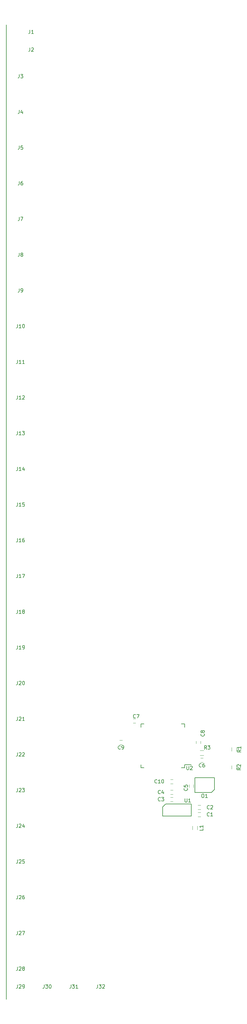
<source format=gto>
G04 #@! TF.GenerationSoftware,KiCad,Pcbnew,(5.0.0)*
G04 #@! TF.CreationDate,2018-08-18T19:39:24+09:00*
G04 #@! TF.ProjectId,TouchSensor,546F75636853656E736F722E6B696361,rev?*
G04 #@! TF.SameCoordinates,Original*
G04 #@! TF.FileFunction,Legend,Top*
G04 #@! TF.FilePolarity,Positive*
%FSLAX46Y46*%
G04 Gerber Fmt 4.6, Leading zero omitted, Abs format (unit mm)*
G04 Created by KiCad (PCBNEW (5.0.0)) date 08/18/18 19:39:24*
%MOMM*%
%LPD*%
G01*
G04 APERTURE LIST*
%ADD10C,0.200000*%
%ADD11C,0.120000*%
%ADD12C,0.150000*%
G04 APERTURE END LIST*
D10*
X96000000Y-48000000D02*
X96000000Y-321000000D01*
D11*
G04 #@! TO.C,C1*
X149900000Y-268650000D02*
X150600000Y-268650000D01*
X150600000Y-269850000D02*
X149900000Y-269850000D01*
G04 #@! TO.C,C2*
X150600000Y-267850000D02*
X149900000Y-267850000D01*
X149900000Y-266650000D02*
X150600000Y-266650000D01*
G04 #@! TO.C,C3*
X142150000Y-264400000D02*
X142850000Y-264400000D01*
X142850000Y-265600000D02*
X142150000Y-265600000D01*
G04 #@! TO.C,C4*
X142850000Y-263600000D02*
X142150000Y-263600000D01*
X142150000Y-262400000D02*
X142850000Y-262400000D01*
G04 #@! TO.C,C5*
X148600000Y-260900000D02*
X148600000Y-261600000D01*
X147400000Y-261600000D02*
X147400000Y-260900000D01*
G04 #@! TO.C,C6*
X150650000Y-253400000D02*
X151350000Y-253400000D01*
X151350000Y-254600000D02*
X150650000Y-254600000D01*
G04 #@! TO.C,C7*
X132350000Y-243600000D02*
X131650000Y-243600000D01*
X131650000Y-242400000D02*
X132350000Y-242400000D01*
G04 #@! TO.C,C8*
X150600000Y-248650000D02*
X150600000Y-249350000D01*
X149400000Y-249350000D02*
X149400000Y-248650000D01*
G04 #@! TO.C,C9*
X127900000Y-248400000D02*
X128600000Y-248400000D01*
X128600000Y-249600000D02*
X127900000Y-249600000D01*
G04 #@! TO.C,C10*
X142850000Y-260600000D02*
X142150000Y-260600000D01*
X142150000Y-259400000D02*
X142850000Y-259400000D01*
G04 #@! TO.C,L1*
X149680000Y-272500000D02*
X149680000Y-273500000D01*
X148320000Y-273500000D02*
X148320000Y-272500000D01*
D12*
G04 #@! TO.C,O1*
X154500000Y-262250000D02*
X153700000Y-263050000D01*
X153700000Y-263050000D02*
X149000000Y-263050000D01*
X149000000Y-263050000D02*
X149000000Y-258950000D01*
X149000000Y-258950000D02*
X154500000Y-258950000D01*
X154500000Y-258950000D02*
X154500000Y-262250000D01*
D11*
G04 #@! TO.C,R1*
X160680000Y-250500000D02*
X160680000Y-251500000D01*
X159320000Y-251500000D02*
X159320000Y-250500000D01*
G04 #@! TO.C,R2*
X160680000Y-255500000D02*
X160680000Y-256500000D01*
X159320000Y-256500000D02*
X159320000Y-255500000D01*
G04 #@! TO.C,R3*
X150500000Y-251320000D02*
X151500000Y-251320000D01*
X151500000Y-252680000D02*
X150500000Y-252680000D01*
D12*
G04 #@! TO.C,U1*
X140000000Y-267125000D02*
X140800000Y-266325000D01*
X140800000Y-266325000D02*
X148000000Y-266325000D01*
X148000000Y-266325000D02*
X148000000Y-269675000D01*
X148000000Y-269675000D02*
X140000000Y-269675000D01*
X140000000Y-269675000D02*
X140000000Y-267125000D01*
G04 #@! TO.C,U2*
X145250000Y-256150000D02*
X146150000Y-256150000D01*
X146150000Y-256150000D02*
X146150000Y-255250000D01*
X146150000Y-255250000D02*
X148000000Y-255250000D01*
X134750000Y-256150000D02*
X133850000Y-256150000D01*
X133850000Y-256150000D02*
X133850000Y-255250000D01*
X145250000Y-243850000D02*
X146150000Y-243850000D01*
X146150000Y-243850000D02*
X146150000Y-244750000D01*
X134750000Y-243850000D02*
X133850000Y-243850000D01*
X133850000Y-243850000D02*
X133850000Y-244750000D01*
G04 #@! TO.C,C1*
X153083333Y-269607142D02*
X153035714Y-269654761D01*
X152892857Y-269702380D01*
X152797619Y-269702380D01*
X152654761Y-269654761D01*
X152559523Y-269559523D01*
X152511904Y-269464285D01*
X152464285Y-269273809D01*
X152464285Y-269130952D01*
X152511904Y-268940476D01*
X152559523Y-268845238D01*
X152654761Y-268750000D01*
X152797619Y-268702380D01*
X152892857Y-268702380D01*
X153035714Y-268750000D01*
X153083333Y-268797619D01*
X154035714Y-269702380D02*
X153464285Y-269702380D01*
X153750000Y-269702380D02*
X153750000Y-268702380D01*
X153654761Y-268845238D01*
X153559523Y-268940476D01*
X153464285Y-268988095D01*
G04 #@! TO.C,C2*
X153083333Y-267607142D02*
X153035714Y-267654761D01*
X152892857Y-267702380D01*
X152797619Y-267702380D01*
X152654761Y-267654761D01*
X152559523Y-267559523D01*
X152511904Y-267464285D01*
X152464285Y-267273809D01*
X152464285Y-267130952D01*
X152511904Y-266940476D01*
X152559523Y-266845238D01*
X152654761Y-266750000D01*
X152797619Y-266702380D01*
X152892857Y-266702380D01*
X153035714Y-266750000D01*
X153083333Y-266797619D01*
X153464285Y-266797619D02*
X153511904Y-266750000D01*
X153607142Y-266702380D01*
X153845238Y-266702380D01*
X153940476Y-266750000D01*
X153988095Y-266797619D01*
X154035714Y-266892857D01*
X154035714Y-266988095D01*
X153988095Y-267130952D01*
X153416666Y-267702380D01*
X154035714Y-267702380D01*
G04 #@! TO.C,C3*
X139333333Y-265357142D02*
X139285714Y-265404761D01*
X139142857Y-265452380D01*
X139047619Y-265452380D01*
X138904761Y-265404761D01*
X138809523Y-265309523D01*
X138761904Y-265214285D01*
X138714285Y-265023809D01*
X138714285Y-264880952D01*
X138761904Y-264690476D01*
X138809523Y-264595238D01*
X138904761Y-264500000D01*
X139047619Y-264452380D01*
X139142857Y-264452380D01*
X139285714Y-264500000D01*
X139333333Y-264547619D01*
X139666666Y-264452380D02*
X140285714Y-264452380D01*
X139952380Y-264833333D01*
X140095238Y-264833333D01*
X140190476Y-264880952D01*
X140238095Y-264928571D01*
X140285714Y-265023809D01*
X140285714Y-265261904D01*
X140238095Y-265357142D01*
X140190476Y-265404761D01*
X140095238Y-265452380D01*
X139809523Y-265452380D01*
X139714285Y-265404761D01*
X139666666Y-265357142D01*
G04 #@! TO.C,C4*
X139333333Y-263357142D02*
X139285714Y-263404761D01*
X139142857Y-263452380D01*
X139047619Y-263452380D01*
X138904761Y-263404761D01*
X138809523Y-263309523D01*
X138761904Y-263214285D01*
X138714285Y-263023809D01*
X138714285Y-262880952D01*
X138761904Y-262690476D01*
X138809523Y-262595238D01*
X138904761Y-262500000D01*
X139047619Y-262452380D01*
X139142857Y-262452380D01*
X139285714Y-262500000D01*
X139333333Y-262547619D01*
X140190476Y-262785714D02*
X140190476Y-263452380D01*
X139952380Y-262404761D02*
X139714285Y-263119047D01*
X140333333Y-263119047D01*
G04 #@! TO.C,C5*
X146857142Y-261916666D02*
X146904761Y-261964285D01*
X146952380Y-262107142D01*
X146952380Y-262202380D01*
X146904761Y-262345238D01*
X146809523Y-262440476D01*
X146714285Y-262488095D01*
X146523809Y-262535714D01*
X146380952Y-262535714D01*
X146190476Y-262488095D01*
X146095238Y-262440476D01*
X146000000Y-262345238D01*
X145952380Y-262202380D01*
X145952380Y-262107142D01*
X146000000Y-261964285D01*
X146047619Y-261916666D01*
X145952380Y-261011904D02*
X145952380Y-261488095D01*
X146428571Y-261535714D01*
X146380952Y-261488095D01*
X146333333Y-261392857D01*
X146333333Y-261154761D01*
X146380952Y-261059523D01*
X146428571Y-261011904D01*
X146523809Y-260964285D01*
X146761904Y-260964285D01*
X146857142Y-261011904D01*
X146904761Y-261059523D01*
X146952380Y-261154761D01*
X146952380Y-261392857D01*
X146904761Y-261488095D01*
X146857142Y-261535714D01*
G04 #@! TO.C,C6*
X150833333Y-255857142D02*
X150785714Y-255904761D01*
X150642857Y-255952380D01*
X150547619Y-255952380D01*
X150404761Y-255904761D01*
X150309523Y-255809523D01*
X150261904Y-255714285D01*
X150214285Y-255523809D01*
X150214285Y-255380952D01*
X150261904Y-255190476D01*
X150309523Y-255095238D01*
X150404761Y-255000000D01*
X150547619Y-254952380D01*
X150642857Y-254952380D01*
X150785714Y-255000000D01*
X150833333Y-255047619D01*
X151690476Y-254952380D02*
X151500000Y-254952380D01*
X151404761Y-255000000D01*
X151357142Y-255047619D01*
X151261904Y-255190476D01*
X151214285Y-255380952D01*
X151214285Y-255761904D01*
X151261904Y-255857142D01*
X151309523Y-255904761D01*
X151404761Y-255952380D01*
X151595238Y-255952380D01*
X151690476Y-255904761D01*
X151738095Y-255857142D01*
X151785714Y-255761904D01*
X151785714Y-255523809D01*
X151738095Y-255428571D01*
X151690476Y-255380952D01*
X151595238Y-255333333D01*
X151404761Y-255333333D01*
X151309523Y-255380952D01*
X151261904Y-255428571D01*
X151214285Y-255523809D01*
G04 #@! TO.C,C7*
X132333333Y-242107142D02*
X132285714Y-242154761D01*
X132142857Y-242202380D01*
X132047619Y-242202380D01*
X131904761Y-242154761D01*
X131809523Y-242059523D01*
X131761904Y-241964285D01*
X131714285Y-241773809D01*
X131714285Y-241630952D01*
X131761904Y-241440476D01*
X131809523Y-241345238D01*
X131904761Y-241250000D01*
X132047619Y-241202380D01*
X132142857Y-241202380D01*
X132285714Y-241250000D01*
X132333333Y-241297619D01*
X132666666Y-241202380D02*
X133333333Y-241202380D01*
X132904761Y-242202380D01*
G04 #@! TO.C,C8*
X151607142Y-246666666D02*
X151654761Y-246714285D01*
X151702380Y-246857142D01*
X151702380Y-246952380D01*
X151654761Y-247095238D01*
X151559523Y-247190476D01*
X151464285Y-247238095D01*
X151273809Y-247285714D01*
X151130952Y-247285714D01*
X150940476Y-247238095D01*
X150845238Y-247190476D01*
X150750000Y-247095238D01*
X150702380Y-246952380D01*
X150702380Y-246857142D01*
X150750000Y-246714285D01*
X150797619Y-246666666D01*
X151130952Y-246095238D02*
X151083333Y-246190476D01*
X151035714Y-246238095D01*
X150940476Y-246285714D01*
X150892857Y-246285714D01*
X150797619Y-246238095D01*
X150750000Y-246190476D01*
X150702380Y-246095238D01*
X150702380Y-245904761D01*
X150750000Y-245809523D01*
X150797619Y-245761904D01*
X150892857Y-245714285D01*
X150940476Y-245714285D01*
X151035714Y-245761904D01*
X151083333Y-245809523D01*
X151130952Y-245904761D01*
X151130952Y-246095238D01*
X151178571Y-246190476D01*
X151226190Y-246238095D01*
X151321428Y-246285714D01*
X151511904Y-246285714D01*
X151607142Y-246238095D01*
X151654761Y-246190476D01*
X151702380Y-246095238D01*
X151702380Y-245904761D01*
X151654761Y-245809523D01*
X151607142Y-245761904D01*
X151511904Y-245714285D01*
X151321428Y-245714285D01*
X151226190Y-245761904D01*
X151178571Y-245809523D01*
X151130952Y-245904761D01*
G04 #@! TO.C,C9*
X128083333Y-250857142D02*
X128035714Y-250904761D01*
X127892857Y-250952380D01*
X127797619Y-250952380D01*
X127654761Y-250904761D01*
X127559523Y-250809523D01*
X127511904Y-250714285D01*
X127464285Y-250523809D01*
X127464285Y-250380952D01*
X127511904Y-250190476D01*
X127559523Y-250095238D01*
X127654761Y-250000000D01*
X127797619Y-249952380D01*
X127892857Y-249952380D01*
X128035714Y-250000000D01*
X128083333Y-250047619D01*
X128559523Y-250952380D02*
X128750000Y-250952380D01*
X128845238Y-250904761D01*
X128892857Y-250857142D01*
X128988095Y-250714285D01*
X129035714Y-250523809D01*
X129035714Y-250142857D01*
X128988095Y-250047619D01*
X128940476Y-250000000D01*
X128845238Y-249952380D01*
X128654761Y-249952380D01*
X128559523Y-250000000D01*
X128511904Y-250047619D01*
X128464285Y-250142857D01*
X128464285Y-250380952D01*
X128511904Y-250476190D01*
X128559523Y-250523809D01*
X128654761Y-250571428D01*
X128845238Y-250571428D01*
X128940476Y-250523809D01*
X128988095Y-250476190D01*
X129035714Y-250380952D01*
G04 #@! TO.C,C10*
X138357142Y-260357142D02*
X138309523Y-260404761D01*
X138166666Y-260452380D01*
X138071428Y-260452380D01*
X137928571Y-260404761D01*
X137833333Y-260309523D01*
X137785714Y-260214285D01*
X137738095Y-260023809D01*
X137738095Y-259880952D01*
X137785714Y-259690476D01*
X137833333Y-259595238D01*
X137928571Y-259500000D01*
X138071428Y-259452380D01*
X138166666Y-259452380D01*
X138309523Y-259500000D01*
X138357142Y-259547619D01*
X139309523Y-260452380D02*
X138738095Y-260452380D01*
X139023809Y-260452380D02*
X139023809Y-259452380D01*
X138928571Y-259595238D01*
X138833333Y-259690476D01*
X138738095Y-259738095D01*
X139928571Y-259452380D02*
X140023809Y-259452380D01*
X140119047Y-259500000D01*
X140166666Y-259547619D01*
X140214285Y-259642857D01*
X140261904Y-259833333D01*
X140261904Y-260071428D01*
X140214285Y-260261904D01*
X140166666Y-260357142D01*
X140119047Y-260404761D01*
X140023809Y-260452380D01*
X139928571Y-260452380D01*
X139833333Y-260404761D01*
X139785714Y-260357142D01*
X139738095Y-260261904D01*
X139690476Y-260071428D01*
X139690476Y-259833333D01*
X139738095Y-259642857D01*
X139785714Y-259547619D01*
X139833333Y-259500000D01*
X139928571Y-259452380D01*
G04 #@! TO.C,J1*
X102666666Y-49452380D02*
X102666666Y-50166666D01*
X102619047Y-50309523D01*
X102523809Y-50404761D01*
X102380952Y-50452380D01*
X102285714Y-50452380D01*
X103666666Y-50452380D02*
X103095238Y-50452380D01*
X103380952Y-50452380D02*
X103380952Y-49452380D01*
X103285714Y-49595238D01*
X103190476Y-49690476D01*
X103095238Y-49738095D01*
G04 #@! TO.C,J2*
X102666666Y-54452380D02*
X102666666Y-55166666D01*
X102619047Y-55309523D01*
X102523809Y-55404761D01*
X102380952Y-55452380D01*
X102285714Y-55452380D01*
X103095238Y-54547619D02*
X103142857Y-54500000D01*
X103238095Y-54452380D01*
X103476190Y-54452380D01*
X103571428Y-54500000D01*
X103619047Y-54547619D01*
X103666666Y-54642857D01*
X103666666Y-54738095D01*
X103619047Y-54880952D01*
X103047619Y-55452380D01*
X103666666Y-55452380D01*
G04 #@! TO.C,J3*
X99666666Y-61912380D02*
X99666666Y-62626666D01*
X99619047Y-62769523D01*
X99523809Y-62864761D01*
X99380952Y-62912380D01*
X99285714Y-62912380D01*
X100047619Y-61912380D02*
X100666666Y-61912380D01*
X100333333Y-62293333D01*
X100476190Y-62293333D01*
X100571428Y-62340952D01*
X100619047Y-62388571D01*
X100666666Y-62483809D01*
X100666666Y-62721904D01*
X100619047Y-62817142D01*
X100571428Y-62864761D01*
X100476190Y-62912380D01*
X100190476Y-62912380D01*
X100095238Y-62864761D01*
X100047619Y-62817142D01*
G04 #@! TO.C,J4*
X99666666Y-71912380D02*
X99666666Y-72626666D01*
X99619047Y-72769523D01*
X99523809Y-72864761D01*
X99380952Y-72912380D01*
X99285714Y-72912380D01*
X100571428Y-72245714D02*
X100571428Y-72912380D01*
X100333333Y-71864761D02*
X100095238Y-72579047D01*
X100714285Y-72579047D01*
G04 #@! TO.C,J5*
X99666666Y-81912380D02*
X99666666Y-82626666D01*
X99619047Y-82769523D01*
X99523809Y-82864761D01*
X99380952Y-82912380D01*
X99285714Y-82912380D01*
X100619047Y-81912380D02*
X100142857Y-81912380D01*
X100095238Y-82388571D01*
X100142857Y-82340952D01*
X100238095Y-82293333D01*
X100476190Y-82293333D01*
X100571428Y-82340952D01*
X100619047Y-82388571D01*
X100666666Y-82483809D01*
X100666666Y-82721904D01*
X100619047Y-82817142D01*
X100571428Y-82864761D01*
X100476190Y-82912380D01*
X100238095Y-82912380D01*
X100142857Y-82864761D01*
X100095238Y-82817142D01*
G04 #@! TO.C,J6*
X99666666Y-91912380D02*
X99666666Y-92626666D01*
X99619047Y-92769523D01*
X99523809Y-92864761D01*
X99380952Y-92912380D01*
X99285714Y-92912380D01*
X100571428Y-91912380D02*
X100380952Y-91912380D01*
X100285714Y-91960000D01*
X100238095Y-92007619D01*
X100142857Y-92150476D01*
X100095238Y-92340952D01*
X100095238Y-92721904D01*
X100142857Y-92817142D01*
X100190476Y-92864761D01*
X100285714Y-92912380D01*
X100476190Y-92912380D01*
X100571428Y-92864761D01*
X100619047Y-92817142D01*
X100666666Y-92721904D01*
X100666666Y-92483809D01*
X100619047Y-92388571D01*
X100571428Y-92340952D01*
X100476190Y-92293333D01*
X100285714Y-92293333D01*
X100190476Y-92340952D01*
X100142857Y-92388571D01*
X100095238Y-92483809D01*
G04 #@! TO.C,J7*
X99666666Y-101912380D02*
X99666666Y-102626666D01*
X99619047Y-102769523D01*
X99523809Y-102864761D01*
X99380952Y-102912380D01*
X99285714Y-102912380D01*
X100047619Y-101912380D02*
X100714285Y-101912380D01*
X100285714Y-102912380D01*
G04 #@! TO.C,J8*
X99666666Y-111912380D02*
X99666666Y-112626666D01*
X99619047Y-112769523D01*
X99523809Y-112864761D01*
X99380952Y-112912380D01*
X99285714Y-112912380D01*
X100285714Y-112340952D02*
X100190476Y-112293333D01*
X100142857Y-112245714D01*
X100095238Y-112150476D01*
X100095238Y-112102857D01*
X100142857Y-112007619D01*
X100190476Y-111960000D01*
X100285714Y-111912380D01*
X100476190Y-111912380D01*
X100571428Y-111960000D01*
X100619047Y-112007619D01*
X100666666Y-112102857D01*
X100666666Y-112150476D01*
X100619047Y-112245714D01*
X100571428Y-112293333D01*
X100476190Y-112340952D01*
X100285714Y-112340952D01*
X100190476Y-112388571D01*
X100142857Y-112436190D01*
X100095238Y-112531428D01*
X100095238Y-112721904D01*
X100142857Y-112817142D01*
X100190476Y-112864761D01*
X100285714Y-112912380D01*
X100476190Y-112912380D01*
X100571428Y-112864761D01*
X100619047Y-112817142D01*
X100666666Y-112721904D01*
X100666666Y-112531428D01*
X100619047Y-112436190D01*
X100571428Y-112388571D01*
X100476190Y-112340952D01*
G04 #@! TO.C,J9*
X99666666Y-121912380D02*
X99666666Y-122626666D01*
X99619047Y-122769523D01*
X99523809Y-122864761D01*
X99380952Y-122912380D01*
X99285714Y-122912380D01*
X100190476Y-122912380D02*
X100380952Y-122912380D01*
X100476190Y-122864761D01*
X100523809Y-122817142D01*
X100619047Y-122674285D01*
X100666666Y-122483809D01*
X100666666Y-122102857D01*
X100619047Y-122007619D01*
X100571428Y-121960000D01*
X100476190Y-121912380D01*
X100285714Y-121912380D01*
X100190476Y-121960000D01*
X100142857Y-122007619D01*
X100095238Y-122102857D01*
X100095238Y-122340952D01*
X100142857Y-122436190D01*
X100190476Y-122483809D01*
X100285714Y-122531428D01*
X100476190Y-122531428D01*
X100571428Y-122483809D01*
X100619047Y-122436190D01*
X100666666Y-122340952D01*
G04 #@! TO.C,J10*
X99190476Y-131912380D02*
X99190476Y-132626666D01*
X99142857Y-132769523D01*
X99047619Y-132864761D01*
X98904761Y-132912380D01*
X98809523Y-132912380D01*
X100190476Y-132912380D02*
X99619047Y-132912380D01*
X99904761Y-132912380D02*
X99904761Y-131912380D01*
X99809523Y-132055238D01*
X99714285Y-132150476D01*
X99619047Y-132198095D01*
X100809523Y-131912380D02*
X100904761Y-131912380D01*
X101000000Y-131960000D01*
X101047619Y-132007619D01*
X101095238Y-132102857D01*
X101142857Y-132293333D01*
X101142857Y-132531428D01*
X101095238Y-132721904D01*
X101047619Y-132817142D01*
X101000000Y-132864761D01*
X100904761Y-132912380D01*
X100809523Y-132912380D01*
X100714285Y-132864761D01*
X100666666Y-132817142D01*
X100619047Y-132721904D01*
X100571428Y-132531428D01*
X100571428Y-132293333D01*
X100619047Y-132102857D01*
X100666666Y-132007619D01*
X100714285Y-131960000D01*
X100809523Y-131912380D01*
G04 #@! TO.C,J11*
X99190476Y-141912380D02*
X99190476Y-142626666D01*
X99142857Y-142769523D01*
X99047619Y-142864761D01*
X98904761Y-142912380D01*
X98809523Y-142912380D01*
X100190476Y-142912380D02*
X99619047Y-142912380D01*
X99904761Y-142912380D02*
X99904761Y-141912380D01*
X99809523Y-142055238D01*
X99714285Y-142150476D01*
X99619047Y-142198095D01*
X101142857Y-142912380D02*
X100571428Y-142912380D01*
X100857142Y-142912380D02*
X100857142Y-141912380D01*
X100761904Y-142055238D01*
X100666666Y-142150476D01*
X100571428Y-142198095D01*
G04 #@! TO.C,J12*
X99190476Y-151912380D02*
X99190476Y-152626666D01*
X99142857Y-152769523D01*
X99047619Y-152864761D01*
X98904761Y-152912380D01*
X98809523Y-152912380D01*
X100190476Y-152912380D02*
X99619047Y-152912380D01*
X99904761Y-152912380D02*
X99904761Y-151912380D01*
X99809523Y-152055238D01*
X99714285Y-152150476D01*
X99619047Y-152198095D01*
X100571428Y-152007619D02*
X100619047Y-151960000D01*
X100714285Y-151912380D01*
X100952380Y-151912380D01*
X101047619Y-151960000D01*
X101095238Y-152007619D01*
X101142857Y-152102857D01*
X101142857Y-152198095D01*
X101095238Y-152340952D01*
X100523809Y-152912380D01*
X101142857Y-152912380D01*
G04 #@! TO.C,J13*
X99190476Y-161912380D02*
X99190476Y-162626666D01*
X99142857Y-162769523D01*
X99047619Y-162864761D01*
X98904761Y-162912380D01*
X98809523Y-162912380D01*
X100190476Y-162912380D02*
X99619047Y-162912380D01*
X99904761Y-162912380D02*
X99904761Y-161912380D01*
X99809523Y-162055238D01*
X99714285Y-162150476D01*
X99619047Y-162198095D01*
X100523809Y-161912380D02*
X101142857Y-161912380D01*
X100809523Y-162293333D01*
X100952380Y-162293333D01*
X101047619Y-162340952D01*
X101095238Y-162388571D01*
X101142857Y-162483809D01*
X101142857Y-162721904D01*
X101095238Y-162817142D01*
X101047619Y-162864761D01*
X100952380Y-162912380D01*
X100666666Y-162912380D01*
X100571428Y-162864761D01*
X100523809Y-162817142D01*
G04 #@! TO.C,J14*
X99190476Y-171912380D02*
X99190476Y-172626666D01*
X99142857Y-172769523D01*
X99047619Y-172864761D01*
X98904761Y-172912380D01*
X98809523Y-172912380D01*
X100190476Y-172912380D02*
X99619047Y-172912380D01*
X99904761Y-172912380D02*
X99904761Y-171912380D01*
X99809523Y-172055238D01*
X99714285Y-172150476D01*
X99619047Y-172198095D01*
X101047619Y-172245714D02*
X101047619Y-172912380D01*
X100809523Y-171864761D02*
X100571428Y-172579047D01*
X101190476Y-172579047D01*
G04 #@! TO.C,J15*
X99190476Y-181912380D02*
X99190476Y-182626666D01*
X99142857Y-182769523D01*
X99047619Y-182864761D01*
X98904761Y-182912380D01*
X98809523Y-182912380D01*
X100190476Y-182912380D02*
X99619047Y-182912380D01*
X99904761Y-182912380D02*
X99904761Y-181912380D01*
X99809523Y-182055238D01*
X99714285Y-182150476D01*
X99619047Y-182198095D01*
X101095238Y-181912380D02*
X100619047Y-181912380D01*
X100571428Y-182388571D01*
X100619047Y-182340952D01*
X100714285Y-182293333D01*
X100952380Y-182293333D01*
X101047619Y-182340952D01*
X101095238Y-182388571D01*
X101142857Y-182483809D01*
X101142857Y-182721904D01*
X101095238Y-182817142D01*
X101047619Y-182864761D01*
X100952380Y-182912380D01*
X100714285Y-182912380D01*
X100619047Y-182864761D01*
X100571428Y-182817142D01*
G04 #@! TO.C,J16*
X99190476Y-191912380D02*
X99190476Y-192626666D01*
X99142857Y-192769523D01*
X99047619Y-192864761D01*
X98904761Y-192912380D01*
X98809523Y-192912380D01*
X100190476Y-192912380D02*
X99619047Y-192912380D01*
X99904761Y-192912380D02*
X99904761Y-191912380D01*
X99809523Y-192055238D01*
X99714285Y-192150476D01*
X99619047Y-192198095D01*
X101047619Y-191912380D02*
X100857142Y-191912380D01*
X100761904Y-191960000D01*
X100714285Y-192007619D01*
X100619047Y-192150476D01*
X100571428Y-192340952D01*
X100571428Y-192721904D01*
X100619047Y-192817142D01*
X100666666Y-192864761D01*
X100761904Y-192912380D01*
X100952380Y-192912380D01*
X101047619Y-192864761D01*
X101095238Y-192817142D01*
X101142857Y-192721904D01*
X101142857Y-192483809D01*
X101095238Y-192388571D01*
X101047619Y-192340952D01*
X100952380Y-192293333D01*
X100761904Y-192293333D01*
X100666666Y-192340952D01*
X100619047Y-192388571D01*
X100571428Y-192483809D01*
G04 #@! TO.C,J17*
X99190476Y-201912380D02*
X99190476Y-202626666D01*
X99142857Y-202769523D01*
X99047619Y-202864761D01*
X98904761Y-202912380D01*
X98809523Y-202912380D01*
X100190476Y-202912380D02*
X99619047Y-202912380D01*
X99904761Y-202912380D02*
X99904761Y-201912380D01*
X99809523Y-202055238D01*
X99714285Y-202150476D01*
X99619047Y-202198095D01*
X100523809Y-201912380D02*
X101190476Y-201912380D01*
X100761904Y-202912380D01*
G04 #@! TO.C,J18*
X99190476Y-211912380D02*
X99190476Y-212626666D01*
X99142857Y-212769523D01*
X99047619Y-212864761D01*
X98904761Y-212912380D01*
X98809523Y-212912380D01*
X100190476Y-212912380D02*
X99619047Y-212912380D01*
X99904761Y-212912380D02*
X99904761Y-211912380D01*
X99809523Y-212055238D01*
X99714285Y-212150476D01*
X99619047Y-212198095D01*
X100761904Y-212340952D02*
X100666666Y-212293333D01*
X100619047Y-212245714D01*
X100571428Y-212150476D01*
X100571428Y-212102857D01*
X100619047Y-212007619D01*
X100666666Y-211960000D01*
X100761904Y-211912380D01*
X100952380Y-211912380D01*
X101047619Y-211960000D01*
X101095238Y-212007619D01*
X101142857Y-212102857D01*
X101142857Y-212150476D01*
X101095238Y-212245714D01*
X101047619Y-212293333D01*
X100952380Y-212340952D01*
X100761904Y-212340952D01*
X100666666Y-212388571D01*
X100619047Y-212436190D01*
X100571428Y-212531428D01*
X100571428Y-212721904D01*
X100619047Y-212817142D01*
X100666666Y-212864761D01*
X100761904Y-212912380D01*
X100952380Y-212912380D01*
X101047619Y-212864761D01*
X101095238Y-212817142D01*
X101142857Y-212721904D01*
X101142857Y-212531428D01*
X101095238Y-212436190D01*
X101047619Y-212388571D01*
X100952380Y-212340952D01*
G04 #@! TO.C,J19*
X99190476Y-221912380D02*
X99190476Y-222626666D01*
X99142857Y-222769523D01*
X99047619Y-222864761D01*
X98904761Y-222912380D01*
X98809523Y-222912380D01*
X100190476Y-222912380D02*
X99619047Y-222912380D01*
X99904761Y-222912380D02*
X99904761Y-221912380D01*
X99809523Y-222055238D01*
X99714285Y-222150476D01*
X99619047Y-222198095D01*
X100666666Y-222912380D02*
X100857142Y-222912380D01*
X100952380Y-222864761D01*
X101000000Y-222817142D01*
X101095238Y-222674285D01*
X101142857Y-222483809D01*
X101142857Y-222102857D01*
X101095238Y-222007619D01*
X101047619Y-221960000D01*
X100952380Y-221912380D01*
X100761904Y-221912380D01*
X100666666Y-221960000D01*
X100619047Y-222007619D01*
X100571428Y-222102857D01*
X100571428Y-222340952D01*
X100619047Y-222436190D01*
X100666666Y-222483809D01*
X100761904Y-222531428D01*
X100952380Y-222531428D01*
X101047619Y-222483809D01*
X101095238Y-222436190D01*
X101142857Y-222340952D01*
G04 #@! TO.C,J20*
X99190476Y-231912380D02*
X99190476Y-232626666D01*
X99142857Y-232769523D01*
X99047619Y-232864761D01*
X98904761Y-232912380D01*
X98809523Y-232912380D01*
X99619047Y-232007619D02*
X99666666Y-231960000D01*
X99761904Y-231912380D01*
X100000000Y-231912380D01*
X100095238Y-231960000D01*
X100142857Y-232007619D01*
X100190476Y-232102857D01*
X100190476Y-232198095D01*
X100142857Y-232340952D01*
X99571428Y-232912380D01*
X100190476Y-232912380D01*
X100809523Y-231912380D02*
X100904761Y-231912380D01*
X101000000Y-231960000D01*
X101047619Y-232007619D01*
X101095238Y-232102857D01*
X101142857Y-232293333D01*
X101142857Y-232531428D01*
X101095238Y-232721904D01*
X101047619Y-232817142D01*
X101000000Y-232864761D01*
X100904761Y-232912380D01*
X100809523Y-232912380D01*
X100714285Y-232864761D01*
X100666666Y-232817142D01*
X100619047Y-232721904D01*
X100571428Y-232531428D01*
X100571428Y-232293333D01*
X100619047Y-232102857D01*
X100666666Y-232007619D01*
X100714285Y-231960000D01*
X100809523Y-231912380D01*
G04 #@! TO.C,J21*
X99190476Y-241912380D02*
X99190476Y-242626666D01*
X99142857Y-242769523D01*
X99047619Y-242864761D01*
X98904761Y-242912380D01*
X98809523Y-242912380D01*
X99619047Y-242007619D02*
X99666666Y-241960000D01*
X99761904Y-241912380D01*
X100000000Y-241912380D01*
X100095238Y-241960000D01*
X100142857Y-242007619D01*
X100190476Y-242102857D01*
X100190476Y-242198095D01*
X100142857Y-242340952D01*
X99571428Y-242912380D01*
X100190476Y-242912380D01*
X101142857Y-242912380D02*
X100571428Y-242912380D01*
X100857142Y-242912380D02*
X100857142Y-241912380D01*
X100761904Y-242055238D01*
X100666666Y-242150476D01*
X100571428Y-242198095D01*
G04 #@! TO.C,J22*
X99190476Y-251912380D02*
X99190476Y-252626666D01*
X99142857Y-252769523D01*
X99047619Y-252864761D01*
X98904761Y-252912380D01*
X98809523Y-252912380D01*
X99619047Y-252007619D02*
X99666666Y-251960000D01*
X99761904Y-251912380D01*
X100000000Y-251912380D01*
X100095238Y-251960000D01*
X100142857Y-252007619D01*
X100190476Y-252102857D01*
X100190476Y-252198095D01*
X100142857Y-252340952D01*
X99571428Y-252912380D01*
X100190476Y-252912380D01*
X100571428Y-252007619D02*
X100619047Y-251960000D01*
X100714285Y-251912380D01*
X100952380Y-251912380D01*
X101047619Y-251960000D01*
X101095238Y-252007619D01*
X101142857Y-252102857D01*
X101142857Y-252198095D01*
X101095238Y-252340952D01*
X100523809Y-252912380D01*
X101142857Y-252912380D01*
G04 #@! TO.C,J23*
X99190476Y-261912380D02*
X99190476Y-262626666D01*
X99142857Y-262769523D01*
X99047619Y-262864761D01*
X98904761Y-262912380D01*
X98809523Y-262912380D01*
X99619047Y-262007619D02*
X99666666Y-261960000D01*
X99761904Y-261912380D01*
X100000000Y-261912380D01*
X100095238Y-261960000D01*
X100142857Y-262007619D01*
X100190476Y-262102857D01*
X100190476Y-262198095D01*
X100142857Y-262340952D01*
X99571428Y-262912380D01*
X100190476Y-262912380D01*
X100523809Y-261912380D02*
X101142857Y-261912380D01*
X100809523Y-262293333D01*
X100952380Y-262293333D01*
X101047619Y-262340952D01*
X101095238Y-262388571D01*
X101142857Y-262483809D01*
X101142857Y-262721904D01*
X101095238Y-262817142D01*
X101047619Y-262864761D01*
X100952380Y-262912380D01*
X100666666Y-262912380D01*
X100571428Y-262864761D01*
X100523809Y-262817142D01*
G04 #@! TO.C,J24*
X99190476Y-271912380D02*
X99190476Y-272626666D01*
X99142857Y-272769523D01*
X99047619Y-272864761D01*
X98904761Y-272912380D01*
X98809523Y-272912380D01*
X99619047Y-272007619D02*
X99666666Y-271960000D01*
X99761904Y-271912380D01*
X100000000Y-271912380D01*
X100095238Y-271960000D01*
X100142857Y-272007619D01*
X100190476Y-272102857D01*
X100190476Y-272198095D01*
X100142857Y-272340952D01*
X99571428Y-272912380D01*
X100190476Y-272912380D01*
X101047619Y-272245714D02*
X101047619Y-272912380D01*
X100809523Y-271864761D02*
X100571428Y-272579047D01*
X101190476Y-272579047D01*
G04 #@! TO.C,J25*
X99190476Y-281912380D02*
X99190476Y-282626666D01*
X99142857Y-282769523D01*
X99047619Y-282864761D01*
X98904761Y-282912380D01*
X98809523Y-282912380D01*
X99619047Y-282007619D02*
X99666666Y-281960000D01*
X99761904Y-281912380D01*
X100000000Y-281912380D01*
X100095238Y-281960000D01*
X100142857Y-282007619D01*
X100190476Y-282102857D01*
X100190476Y-282198095D01*
X100142857Y-282340952D01*
X99571428Y-282912380D01*
X100190476Y-282912380D01*
X101095238Y-281912380D02*
X100619047Y-281912380D01*
X100571428Y-282388571D01*
X100619047Y-282340952D01*
X100714285Y-282293333D01*
X100952380Y-282293333D01*
X101047619Y-282340952D01*
X101095238Y-282388571D01*
X101142857Y-282483809D01*
X101142857Y-282721904D01*
X101095238Y-282817142D01*
X101047619Y-282864761D01*
X100952380Y-282912380D01*
X100714285Y-282912380D01*
X100619047Y-282864761D01*
X100571428Y-282817142D01*
G04 #@! TO.C,J26*
X99190476Y-291912380D02*
X99190476Y-292626666D01*
X99142857Y-292769523D01*
X99047619Y-292864761D01*
X98904761Y-292912380D01*
X98809523Y-292912380D01*
X99619047Y-292007619D02*
X99666666Y-291960000D01*
X99761904Y-291912380D01*
X100000000Y-291912380D01*
X100095238Y-291960000D01*
X100142857Y-292007619D01*
X100190476Y-292102857D01*
X100190476Y-292198095D01*
X100142857Y-292340952D01*
X99571428Y-292912380D01*
X100190476Y-292912380D01*
X101047619Y-291912380D02*
X100857142Y-291912380D01*
X100761904Y-291960000D01*
X100714285Y-292007619D01*
X100619047Y-292150476D01*
X100571428Y-292340952D01*
X100571428Y-292721904D01*
X100619047Y-292817142D01*
X100666666Y-292864761D01*
X100761904Y-292912380D01*
X100952380Y-292912380D01*
X101047619Y-292864761D01*
X101095238Y-292817142D01*
X101142857Y-292721904D01*
X101142857Y-292483809D01*
X101095238Y-292388571D01*
X101047619Y-292340952D01*
X100952380Y-292293333D01*
X100761904Y-292293333D01*
X100666666Y-292340952D01*
X100619047Y-292388571D01*
X100571428Y-292483809D01*
G04 #@! TO.C,J27*
X99190476Y-301912380D02*
X99190476Y-302626666D01*
X99142857Y-302769523D01*
X99047619Y-302864761D01*
X98904761Y-302912380D01*
X98809523Y-302912380D01*
X99619047Y-302007619D02*
X99666666Y-301960000D01*
X99761904Y-301912380D01*
X100000000Y-301912380D01*
X100095238Y-301960000D01*
X100142857Y-302007619D01*
X100190476Y-302102857D01*
X100190476Y-302198095D01*
X100142857Y-302340952D01*
X99571428Y-302912380D01*
X100190476Y-302912380D01*
X100523809Y-301912380D02*
X101190476Y-301912380D01*
X100761904Y-302912380D01*
G04 #@! TO.C,J28*
X99190476Y-311912380D02*
X99190476Y-312626666D01*
X99142857Y-312769523D01*
X99047619Y-312864761D01*
X98904761Y-312912380D01*
X98809523Y-312912380D01*
X99619047Y-312007619D02*
X99666666Y-311960000D01*
X99761904Y-311912380D01*
X100000000Y-311912380D01*
X100095238Y-311960000D01*
X100142857Y-312007619D01*
X100190476Y-312102857D01*
X100190476Y-312198095D01*
X100142857Y-312340952D01*
X99571428Y-312912380D01*
X100190476Y-312912380D01*
X100761904Y-312340952D02*
X100666666Y-312293333D01*
X100619047Y-312245714D01*
X100571428Y-312150476D01*
X100571428Y-312102857D01*
X100619047Y-312007619D01*
X100666666Y-311960000D01*
X100761904Y-311912380D01*
X100952380Y-311912380D01*
X101047619Y-311960000D01*
X101095238Y-312007619D01*
X101142857Y-312102857D01*
X101142857Y-312150476D01*
X101095238Y-312245714D01*
X101047619Y-312293333D01*
X100952380Y-312340952D01*
X100761904Y-312340952D01*
X100666666Y-312388571D01*
X100619047Y-312436190D01*
X100571428Y-312531428D01*
X100571428Y-312721904D01*
X100619047Y-312817142D01*
X100666666Y-312864761D01*
X100761904Y-312912380D01*
X100952380Y-312912380D01*
X101047619Y-312864761D01*
X101095238Y-312817142D01*
X101142857Y-312721904D01*
X101142857Y-312531428D01*
X101095238Y-312436190D01*
X101047619Y-312388571D01*
X100952380Y-312340952D01*
G04 #@! TO.C,J29*
X99190476Y-316912380D02*
X99190476Y-317626666D01*
X99142857Y-317769523D01*
X99047619Y-317864761D01*
X98904761Y-317912380D01*
X98809523Y-317912380D01*
X99619047Y-317007619D02*
X99666666Y-316960000D01*
X99761904Y-316912380D01*
X100000000Y-316912380D01*
X100095238Y-316960000D01*
X100142857Y-317007619D01*
X100190476Y-317102857D01*
X100190476Y-317198095D01*
X100142857Y-317340952D01*
X99571428Y-317912380D01*
X100190476Y-317912380D01*
X100666666Y-317912380D02*
X100857142Y-317912380D01*
X100952380Y-317864761D01*
X101000000Y-317817142D01*
X101095238Y-317674285D01*
X101142857Y-317483809D01*
X101142857Y-317102857D01*
X101095238Y-317007619D01*
X101047619Y-316960000D01*
X100952380Y-316912380D01*
X100761904Y-316912380D01*
X100666666Y-316960000D01*
X100619047Y-317007619D01*
X100571428Y-317102857D01*
X100571428Y-317340952D01*
X100619047Y-317436190D01*
X100666666Y-317483809D01*
X100761904Y-317531428D01*
X100952380Y-317531428D01*
X101047619Y-317483809D01*
X101095238Y-317436190D01*
X101142857Y-317340952D01*
G04 #@! TO.C,J30*
X106690476Y-316912380D02*
X106690476Y-317626666D01*
X106642857Y-317769523D01*
X106547619Y-317864761D01*
X106404761Y-317912380D01*
X106309523Y-317912380D01*
X107071428Y-316912380D02*
X107690476Y-316912380D01*
X107357142Y-317293333D01*
X107500000Y-317293333D01*
X107595238Y-317340952D01*
X107642857Y-317388571D01*
X107690476Y-317483809D01*
X107690476Y-317721904D01*
X107642857Y-317817142D01*
X107595238Y-317864761D01*
X107500000Y-317912380D01*
X107214285Y-317912380D01*
X107119047Y-317864761D01*
X107071428Y-317817142D01*
X108309523Y-316912380D02*
X108404761Y-316912380D01*
X108500000Y-316960000D01*
X108547619Y-317007619D01*
X108595238Y-317102857D01*
X108642857Y-317293333D01*
X108642857Y-317531428D01*
X108595238Y-317721904D01*
X108547619Y-317817142D01*
X108500000Y-317864761D01*
X108404761Y-317912380D01*
X108309523Y-317912380D01*
X108214285Y-317864761D01*
X108166666Y-317817142D01*
X108119047Y-317721904D01*
X108071428Y-317531428D01*
X108071428Y-317293333D01*
X108119047Y-317102857D01*
X108166666Y-317007619D01*
X108214285Y-316960000D01*
X108309523Y-316912380D01*
G04 #@! TO.C,J31*
X114190476Y-316912380D02*
X114190476Y-317626666D01*
X114142857Y-317769523D01*
X114047619Y-317864761D01*
X113904761Y-317912380D01*
X113809523Y-317912380D01*
X114571428Y-316912380D02*
X115190476Y-316912380D01*
X114857142Y-317293333D01*
X115000000Y-317293333D01*
X115095238Y-317340952D01*
X115142857Y-317388571D01*
X115190476Y-317483809D01*
X115190476Y-317721904D01*
X115142857Y-317817142D01*
X115095238Y-317864761D01*
X115000000Y-317912380D01*
X114714285Y-317912380D01*
X114619047Y-317864761D01*
X114571428Y-317817142D01*
X116142857Y-317912380D02*
X115571428Y-317912380D01*
X115857142Y-317912380D02*
X115857142Y-316912380D01*
X115761904Y-317055238D01*
X115666666Y-317150476D01*
X115571428Y-317198095D01*
G04 #@! TO.C,J32*
X121690476Y-316912380D02*
X121690476Y-317626666D01*
X121642857Y-317769523D01*
X121547619Y-317864761D01*
X121404761Y-317912380D01*
X121309523Y-317912380D01*
X122071428Y-316912380D02*
X122690476Y-316912380D01*
X122357142Y-317293333D01*
X122500000Y-317293333D01*
X122595238Y-317340952D01*
X122642857Y-317388571D01*
X122690476Y-317483809D01*
X122690476Y-317721904D01*
X122642857Y-317817142D01*
X122595238Y-317864761D01*
X122500000Y-317912380D01*
X122214285Y-317912380D01*
X122119047Y-317864761D01*
X122071428Y-317817142D01*
X123071428Y-317007619D02*
X123119047Y-316960000D01*
X123214285Y-316912380D01*
X123452380Y-316912380D01*
X123547619Y-316960000D01*
X123595238Y-317007619D01*
X123642857Y-317102857D01*
X123642857Y-317198095D01*
X123595238Y-317340952D01*
X123023809Y-317912380D01*
X123642857Y-317912380D01*
G04 #@! TO.C,L1*
X151352380Y-273166666D02*
X151352380Y-273642857D01*
X150352380Y-273642857D01*
X151352380Y-272309523D02*
X151352380Y-272880952D01*
X151352380Y-272595238D02*
X150352380Y-272595238D01*
X150495238Y-272690476D01*
X150590476Y-272785714D01*
X150638095Y-272880952D01*
G04 #@! TO.C,O1*
X151178571Y-263502380D02*
X151369047Y-263502380D01*
X151464285Y-263550000D01*
X151559523Y-263645238D01*
X151607142Y-263835714D01*
X151607142Y-264169047D01*
X151559523Y-264359523D01*
X151464285Y-264454761D01*
X151369047Y-264502380D01*
X151178571Y-264502380D01*
X151083333Y-264454761D01*
X150988095Y-264359523D01*
X150940476Y-264169047D01*
X150940476Y-263835714D01*
X150988095Y-263645238D01*
X151083333Y-263550000D01*
X151178571Y-263502380D01*
X152559523Y-264502380D02*
X151988095Y-264502380D01*
X152273809Y-264502380D02*
X152273809Y-263502380D01*
X152178571Y-263645238D01*
X152083333Y-263740476D01*
X151988095Y-263788095D01*
G04 #@! TO.C,R1*
X161952380Y-251166666D02*
X161476190Y-251500000D01*
X161952380Y-251738095D02*
X160952380Y-251738095D01*
X160952380Y-251357142D01*
X161000000Y-251261904D01*
X161047619Y-251214285D01*
X161142857Y-251166666D01*
X161285714Y-251166666D01*
X161380952Y-251214285D01*
X161428571Y-251261904D01*
X161476190Y-251357142D01*
X161476190Y-251738095D01*
X161952380Y-250214285D02*
X161952380Y-250785714D01*
X161952380Y-250500000D02*
X160952380Y-250500000D01*
X161095238Y-250595238D01*
X161190476Y-250690476D01*
X161238095Y-250785714D01*
G04 #@! TO.C,R2*
X161902380Y-256166666D02*
X161426190Y-256500000D01*
X161902380Y-256738095D02*
X160902380Y-256738095D01*
X160902380Y-256357142D01*
X160950000Y-256261904D01*
X160997619Y-256214285D01*
X161092857Y-256166666D01*
X161235714Y-256166666D01*
X161330952Y-256214285D01*
X161378571Y-256261904D01*
X161426190Y-256357142D01*
X161426190Y-256738095D01*
X160997619Y-255785714D02*
X160950000Y-255738095D01*
X160902380Y-255642857D01*
X160902380Y-255404761D01*
X160950000Y-255309523D01*
X160997619Y-255261904D01*
X161092857Y-255214285D01*
X161188095Y-255214285D01*
X161330952Y-255261904D01*
X161902380Y-255833333D01*
X161902380Y-255214285D01*
G04 #@! TO.C,R3*
X152333333Y-250952380D02*
X152000000Y-250476190D01*
X151761904Y-250952380D02*
X151761904Y-249952380D01*
X152142857Y-249952380D01*
X152238095Y-250000000D01*
X152285714Y-250047619D01*
X152333333Y-250142857D01*
X152333333Y-250285714D01*
X152285714Y-250380952D01*
X152238095Y-250428571D01*
X152142857Y-250476190D01*
X151761904Y-250476190D01*
X152666666Y-249952380D02*
X153285714Y-249952380D01*
X152952380Y-250333333D01*
X153095238Y-250333333D01*
X153190476Y-250380952D01*
X153238095Y-250428571D01*
X153285714Y-250523809D01*
X153285714Y-250761904D01*
X153238095Y-250857142D01*
X153190476Y-250904761D01*
X153095238Y-250952380D01*
X152809523Y-250952380D01*
X152714285Y-250904761D01*
X152666666Y-250857142D01*
G04 #@! TO.C,U1*
X146238095Y-264777380D02*
X146238095Y-265586904D01*
X146285714Y-265682142D01*
X146333333Y-265729761D01*
X146428571Y-265777380D01*
X146619047Y-265777380D01*
X146714285Y-265729761D01*
X146761904Y-265682142D01*
X146809523Y-265586904D01*
X146809523Y-264777380D01*
X147809523Y-265777380D02*
X147238095Y-265777380D01*
X147523809Y-265777380D02*
X147523809Y-264777380D01*
X147428571Y-264920238D01*
X147333333Y-265015476D01*
X147238095Y-265063095D01*
G04 #@! TO.C,U2*
X146738095Y-255702380D02*
X146738095Y-256511904D01*
X146785714Y-256607142D01*
X146833333Y-256654761D01*
X146928571Y-256702380D01*
X147119047Y-256702380D01*
X147214285Y-256654761D01*
X147261904Y-256607142D01*
X147309523Y-256511904D01*
X147309523Y-255702380D01*
X147738095Y-255797619D02*
X147785714Y-255750000D01*
X147880952Y-255702380D01*
X148119047Y-255702380D01*
X148214285Y-255750000D01*
X148261904Y-255797619D01*
X148309523Y-255892857D01*
X148309523Y-255988095D01*
X148261904Y-256130952D01*
X147690476Y-256702380D01*
X148309523Y-256702380D01*
G04 #@! TD*
M02*

</source>
